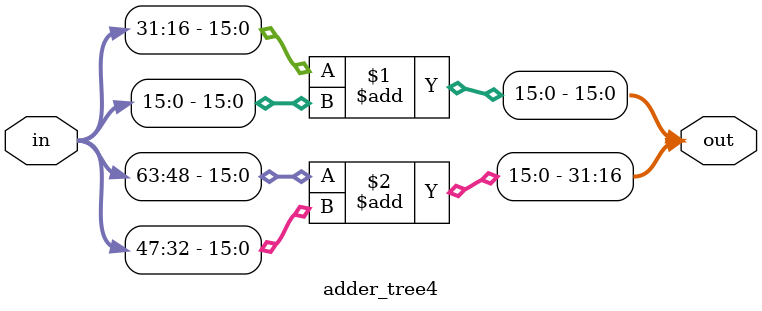
<source format=v>

`timescale 1ns /1ns

module adder_tree4(in, out);

input signed [4 * 16 - 1 : 0] in;
output signed [2 * 16 - 1 : 0] out;

genvar i;
generate
    for ( i = 0; i < 2 ; i = i + 1) begin
        assign out[16 * i +: 16] = in[16 * (2*i + 1) +: 16] + in[16 * (2*i) +: 16];
    end
endgenerate
endmodule
</source>
